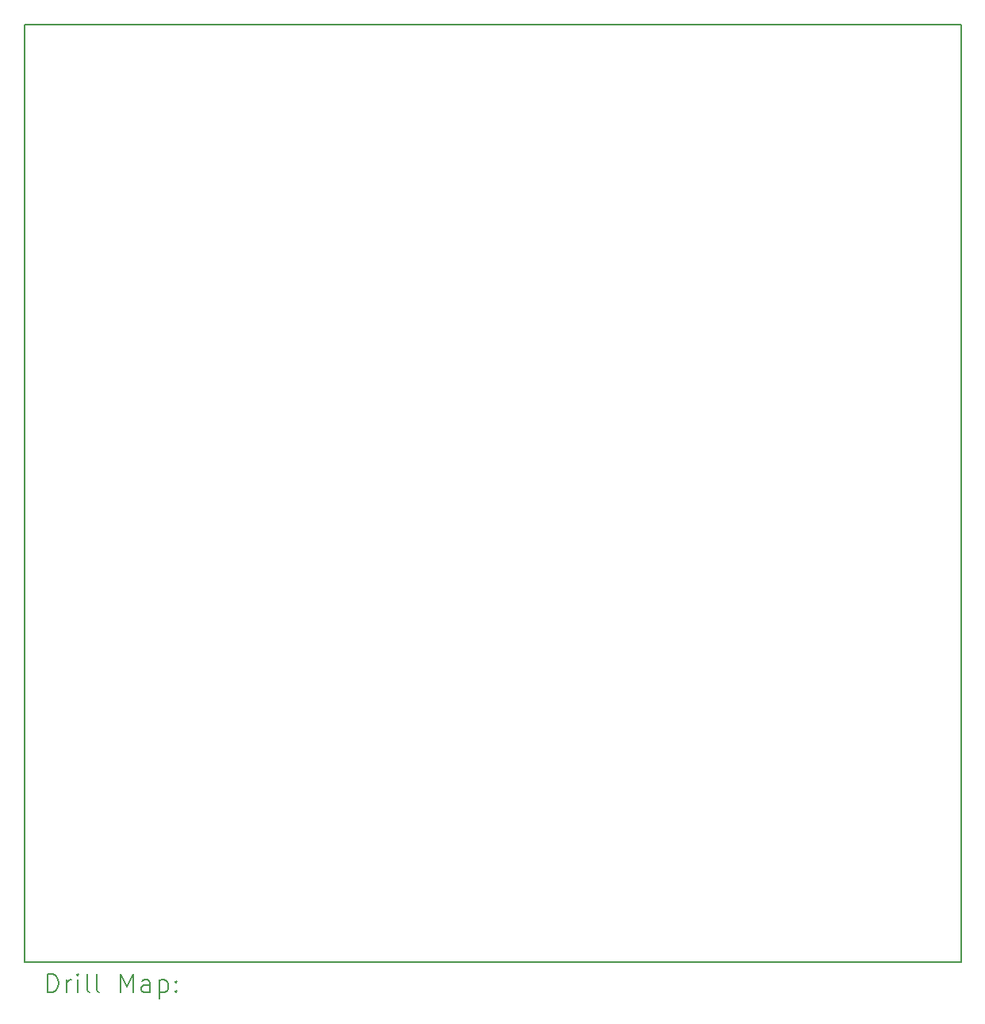
<source format=gbr>
%TF.GenerationSoftware,KiCad,Pcbnew,(6.0.7)*%
%TF.CreationDate,2022-09-05T15:15:02+08:00*%
%TF.ProjectId,6_7,365f372e-6b69-4636-9164-5f7063625858,rev?*%
%TF.SameCoordinates,Original*%
%TF.FileFunction,Drillmap*%
%TF.FilePolarity,Positive*%
%FSLAX45Y45*%
G04 Gerber Fmt 4.5, Leading zero omitted, Abs format (unit mm)*
G04 Created by KiCad (PCBNEW (6.0.7)) date 2022-09-05 15:15:02*
%MOMM*%
%LPD*%
G01*
G04 APERTURE LIST*
%ADD10C,0.200000*%
G04 APERTURE END LIST*
D10*
X1200000Y-1200000D02*
X11200000Y-1200000D01*
X11200000Y-1200000D02*
X11200000Y-11200000D01*
X11200000Y-11200000D02*
X1200000Y-11200000D01*
X1200000Y-11200000D02*
X1200000Y-1200000D01*
X1447619Y-11520476D02*
X1447619Y-11320476D01*
X1495238Y-11320476D01*
X1523809Y-11330000D01*
X1542857Y-11349048D01*
X1552381Y-11368095D01*
X1561905Y-11406190D01*
X1561905Y-11434762D01*
X1552381Y-11472857D01*
X1542857Y-11491905D01*
X1523809Y-11510952D01*
X1495238Y-11520476D01*
X1447619Y-11520476D01*
X1647619Y-11520476D02*
X1647619Y-11387143D01*
X1647619Y-11425238D02*
X1657143Y-11406190D01*
X1666667Y-11396667D01*
X1685714Y-11387143D01*
X1704762Y-11387143D01*
X1771428Y-11520476D02*
X1771428Y-11387143D01*
X1771428Y-11320476D02*
X1761905Y-11330000D01*
X1771428Y-11339524D01*
X1780952Y-11330000D01*
X1771428Y-11320476D01*
X1771428Y-11339524D01*
X1895238Y-11520476D02*
X1876190Y-11510952D01*
X1866667Y-11491905D01*
X1866667Y-11320476D01*
X2000000Y-11520476D02*
X1980952Y-11510952D01*
X1971428Y-11491905D01*
X1971428Y-11320476D01*
X2228571Y-11520476D02*
X2228571Y-11320476D01*
X2295238Y-11463333D01*
X2361905Y-11320476D01*
X2361905Y-11520476D01*
X2542857Y-11520476D02*
X2542857Y-11415714D01*
X2533333Y-11396667D01*
X2514286Y-11387143D01*
X2476190Y-11387143D01*
X2457143Y-11396667D01*
X2542857Y-11510952D02*
X2523810Y-11520476D01*
X2476190Y-11520476D01*
X2457143Y-11510952D01*
X2447619Y-11491905D01*
X2447619Y-11472857D01*
X2457143Y-11453809D01*
X2476190Y-11444286D01*
X2523810Y-11444286D01*
X2542857Y-11434762D01*
X2638095Y-11387143D02*
X2638095Y-11587143D01*
X2638095Y-11396667D02*
X2657143Y-11387143D01*
X2695238Y-11387143D01*
X2714286Y-11396667D01*
X2723810Y-11406190D01*
X2733333Y-11425238D01*
X2733333Y-11482381D01*
X2723810Y-11501428D01*
X2714286Y-11510952D01*
X2695238Y-11520476D01*
X2657143Y-11520476D01*
X2638095Y-11510952D01*
X2819048Y-11501428D02*
X2828571Y-11510952D01*
X2819048Y-11520476D01*
X2809524Y-11510952D01*
X2819048Y-11501428D01*
X2819048Y-11520476D01*
X2819048Y-11396667D02*
X2828571Y-11406190D01*
X2819048Y-11415714D01*
X2809524Y-11406190D01*
X2819048Y-11396667D01*
X2819048Y-11415714D01*
M02*

</source>
